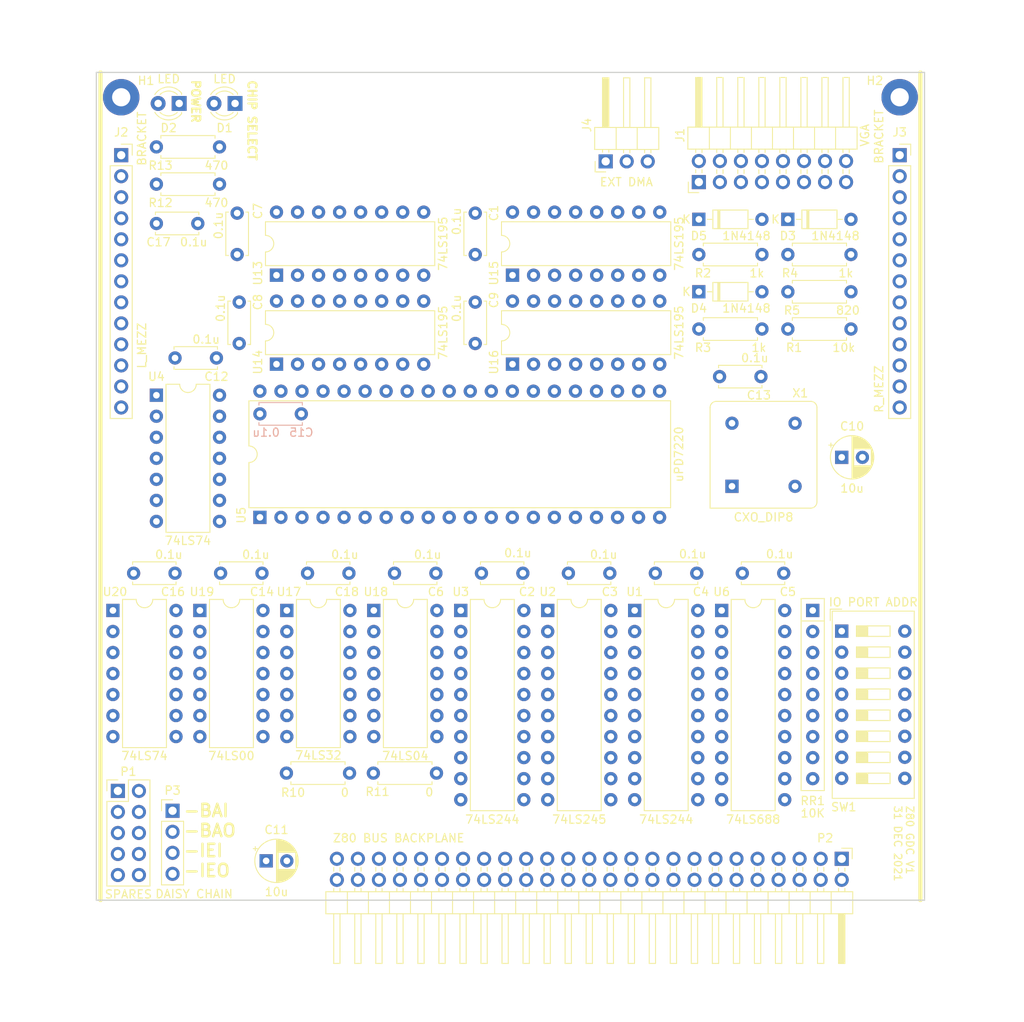
<source format=kicad_pcb>
(kicad_pcb (version 20171130) (host pcbnew "(5.1.10)-1")
  (layers (0 F.Cu signal) (31 B.Cu signal) (34 B.Paste user) (35 F.Paste user) (36 B.SilkS user) (37 F.SilkS user) (38 B.Mask user) (39 F.Mask user) (44 Edge.Cuts user))
  (net 0 "")
  (net 1 GND)
  (net 2 /A7)
  (net 3 /A6)
  (net 4 /A5)
  (net 5 /D4)
  (net 6 /A4)
  (net 7 /D3)
  (net 8 /A3)
  (net 9 /D5)
  (net 10 /A2)
  (net 11 /D6)
  (net 12 /A1)
  (net 13 /A0)
  (net 14 /D2)
  (net 15 /D7)
  (net 16 /D0)
  (net 17 /D1)
  (net 18 /SPARE9)
  (net 19 /SPARE0)
  (net 20 /SPARE8)
  (net 21 /SPARE1)
  (net 22 /SPARE7)
  (net 23 /SPARE2)
  (net 24 /SPARE6)
  (net 25 /SPARE3)
  (net 26 /SPARE5)
  (net 27 /SPARE4)
  (net 28 /M1#)
  (net 29 /RESET#)
  (net 30 /WR#)
  (net 31 /RD#)
  (net 32 /IORQ#)
  (net 33 /bM1#)
  (net 34 /bA7)
  (net 35 /bA6)
  (net 36 /bA5)
  (net 37 /bA4)
  (net 38 /bA3)
  (net 39 /bA2)
  (net 40 /bA1)
  (net 41 /bA0)
  (net 42 "Net-(RR1-Pad2)")
  (net 43 "Net-(RR1-Pad3)")
  (net 44 "Net-(RR1-Pad4)")
  (net 45 "Net-(RR1-Pad5)")
  (net 46 "Net-(RR1-Pad6)")
  (net 47 "Net-(RR1-Pad7)")
  (net 48 "Net-(RR1-Pad8)")
  (net 49 "Net-(RR1-Pad9)")
  (net 50 /bD5)
  (net 51 /bD4)
  (net 52 /bD3)
  (net 53 /bD2)
  (net 54 /bD1)
  (net 55 /bD0)
  (net 56 /bWR#)
  (net 57 /bD7)
  (net 58 /bD6)
  (net 59 /bRD#)
  (net 60 "Net-(D1-Pad2)")
  (net 61 /688SEL#)
  (net 62 "Net-(D1-Pad1)")
  (net 63 "Net-(D2-Pad2)")
  (net 64 /ZERO)
  (net 65 "Net-(R2-Pad2)")
  (net 66 "Net-(R3-Pad2)")
  (net 67 "Net-(R4-Pad2)")
  (net 68 "Net-(R5-Pad2)")
  (net 69 /CS_GDC#)
  (net 70 "Net-(U4-Pad2)")
  (net 71 "Net-(U4-Pad12)")
  (net 72 /AD15)
  (net 73 /AD14)
  (net 74 /AD13)
  (net 75 /AD12)
  (net 76 /AD11)
  (net 77 /AD10)
  (net 78 /AD9)
  (net 79 /AD8)
  (net 80 "Net-(U17-Pad6)")
  (net 81 /AD7)
  (net 82 "Net-(U17-Pad8)")
  (net 83 /AD6)
  (net 84 /AD5)
  (net 85 /AD4)
  (net 86 /AD3)
  (net 87 /BLANK)
  (net 88 /AD2)
  (net 89 /VS)
  (net 90 /AD1)
  (net 91 /HS)
  (net 92 /AD0)
  (net 93 "Net-(U17-Pad13)")
  (net 94 "Net-(U20-Pad12)")
  (net 95 /INTENSITY)
  (net 96 /RED)
  (net 97 /BLUE)
  (net 98 /GREEN)
  (net 99 /VS#)
  (net 100 /HS#)
  (net 101 /ALE#)
  (net 102 /CKx2)
  (net 103 /PIXELCLK)
  (net 104 /CKx4)
  (net 105 /ALE)
  (net 106 /DBIN#)
  (net 107 /VRAM_WR#)
  (net 108 /VRAM_RD#)
  (net 109 /PAR_LOAD#)
  (net 110 /BLANK#)
  (net 111 /A17)
  (net 112 /A16)
  (net 113 /ONE)
  (net 114 VCC)
  (net 115 "Net-(U19-Pad6)")
  (net 116 "Net-(J4-Pad3)")
  (net 117 "Net-(J4-Pad1)")
  (net 118 /DACK)
  (net 119 /DRQ)
  (module Connector_PinHeader_2.54mm:PinHeader_1x03_P2.54mm_Horizontal (layer F.Cu) (at 106.5 56.75 90)
    (fp_text reference J4 (at 4.385 -2.27 90) (layer F.SilkS))
    (fp_text value "EXT DMA" (at -2.5 2.5 180) (layer F.SilkS))
    (pad 3 thru_hole oval (at 0 5.08 90) (size 1.7 1.7) (drill 1) (layers *.Cu *.Mask) (net 116 "Net-(J4-Pad3)"))
    (pad 2 thru_hole oval (at 0 2.54 90) (size 1.7 1.7) (drill 1) (layers *.Cu *.Mask) (net 1 GND))
    (pad 1 thru_hole rect (at 0 0 90) (size 1.7 1.7) (drill 1) (layers *.Cu *.Mask) (net 117 "Net-(J4-Pad1)"))
  )
  (module Connector_PinSocket_2.54mm:PinSocket_1x13_P2.54mm_Vertical (layer F.Cu) (at 142 56)
    (fp_text reference J3 (at 0 -2.77) (layer F.SilkS))
    (fp_text value R_MEZZ (at -2.5 28.25 90) (layer F.SilkS))
    (pad 13 thru_hole oval (at 0 30.48) (size 1.7 1.7) (drill 1) (layers *.Cu *.Mask) (net 1 GND))
    (pad 12 thru_hole oval (at 0 27.94) (size 1.7 1.7) (drill 1) (layers *.Cu *.Mask))
    (pad 11 thru_hole oval (at 0 25.4) (size 1.7 1.7) (drill 1) (layers *.Cu *.Mask) (net 107 /VRAM_WR#))
    (pad 10 thru_hole oval (at 0 22.86) (size 1.7 1.7) (drill 1) (layers *.Cu *.Mask) (net 108 /VRAM_RD#))
    (pad 9 thru_hole oval (at 0 20.32) (size 1.7 1.7) (drill 1) (layers *.Cu *.Mask) (net 101 /ALE#))
    (pad 8 thru_hole oval (at 0 17.78) (size 1.7 1.7) (drill 1) (layers *.Cu *.Mask) (net 111 /A17))
    (pad 7 thru_hole oval (at 0 15.24) (size 1.7 1.7) (drill 1) (layers *.Cu *.Mask) (net 112 /A16))
    (pad 6 thru_hole oval (at 0 12.7) (size 1.7 1.7) (drill 1) (layers *.Cu *.Mask) (net 72 /AD15))
    (pad 5 thru_hole oval (at 0 10.16) (size 1.7 1.7) (drill 1) (layers *.Cu *.Mask) (net 73 /AD14))
    (pad 4 thru_hole oval (at 0 7.62) (size 1.7 1.7) (drill 1) (layers *.Cu *.Mask) (net 74 /AD13))
    (pad 3 thru_hole oval (at 0 5.08) (size 1.7 1.7) (drill 1) (layers *.Cu *.Mask) (net 75 /AD12))
    (pad 2 thru_hole oval (at 0 2.54) (size 1.7 1.7) (drill 1) (layers *.Cu *.Mask) (net 76 /AD11))
    (pad 1 thru_hole rect (at 0 0) (size 1.7 1.7) (drill 1) (layers *.Cu *.Mask) (net 114 VCC))
  )
  (module Connector_PinSocket_2.54mm:PinSocket_1x13_P2.54mm_Vertical (layer F.Cu) (at 48 56)
    (fp_text reference J2 (at 0 -2.77) (layer F.SilkS))
    (fp_text value L_MEZZ (at 2.5 23 90) (layer F.SilkS))
    (pad 13 thru_hole oval (at 0 30.48) (size 1.7 1.7) (drill 1) (layers *.Cu *.Mask) (net 114 VCC))
    (pad 12 thru_hole oval (at 0 27.94) (size 1.7 1.7) (drill 1) (layers *.Cu *.Mask) (net 77 /AD10))
    (pad 11 thru_hole oval (at 0 25.4) (size 1.7 1.7) (drill 1) (layers *.Cu *.Mask) (net 78 /AD9))
    (pad 10 thru_hole oval (at 0 22.86) (size 1.7 1.7) (drill 1) (layers *.Cu *.Mask) (net 79 /AD8))
    (pad 9 thru_hole oval (at 0 20.32) (size 1.7 1.7) (drill 1) (layers *.Cu *.Mask) (net 81 /AD7))
    (pad 8 thru_hole oval (at 0 17.78) (size 1.7 1.7) (drill 1) (layers *.Cu *.Mask) (net 83 /AD6))
    (pad 7 thru_hole oval (at 0 15.24) (size 1.7 1.7) (drill 1) (layers *.Cu *.Mask) (net 84 /AD5))
    (pad 6 thru_hole oval (at 0 12.7) (size 1.7 1.7) (drill 1) (layers *.Cu *.Mask) (net 85 /AD4))
    (pad 5 thru_hole oval (at 0 10.16) (size 1.7 1.7) (drill 1) (layers *.Cu *.Mask) (net 86 /AD3))
    (pad 4 thru_hole oval (at 0 7.62) (size 1.7 1.7) (drill 1) (layers *.Cu *.Mask) (net 88 /AD2))
    (pad 3 thru_hole oval (at 0 5.08) (size 1.7 1.7) (drill 1) (layers *.Cu *.Mask) (net 90 /AD1))
    (pad 2 thru_hole oval (at 0 2.54) (size 1.7 1.7) (drill 1) (layers *.Cu *.Mask) (net 92 /AD0))
    (pad 1 thru_hole rect (at 0 0) (size 1.7 1.7) (drill 1) (layers *.Cu *.Mask) (net 1 GND))
  )
  (module Diode_THT:D_DO-35_SOD27_P7.62mm_Horizontal (layer F.Cu) (at 117.75 63.75)
    (fp_text reference D5 (at 0 2) (layer F.SilkS))
    (fp_text value 1N4148 (at 5.75 2) (layer F.SilkS))
    (fp_text user K (at -1.5 0) (layer F.SilkS))
    (pad 2 thru_hole oval (at 7.62 0) (size 1.6 1.6) (drill 0.8) (layers *.Cu *.Mask) (net 95 /INTENSITY))
    (pad 1 thru_hole rect (at 0 0) (size 1.6 1.6) (drill 0.8) (layers *.Cu *.Mask) (net 96 /RED))
  )
  (module Diode_THT:D_DO-35_SOD27_P7.62mm_Horizontal (layer F.Cu) (at 117.75 72.5)
    (fp_text reference D4 (at 0 2) (layer F.SilkS))
    (fp_text value 1N4148 (at 5.75 2) (layer F.SilkS))
    (fp_text user K (at -1.5 0) (layer F.SilkS))
    (pad 2 thru_hole oval (at 7.62 0) (size 1.6 1.6) (drill 0.8) (layers *.Cu *.Mask) (net 95 /INTENSITY))
    (pad 1 thru_hole rect (at 0 0) (size 1.6 1.6) (drill 0.8) (layers *.Cu *.Mask) (net 98 /GREEN))
  )
  (module Diode_THT:D_DO-35_SOD27_P7.62mm_Horizontal (layer F.Cu) (at 128.5 63.75)
    (fp_text reference D3 (at 0 2) (layer F.SilkS))
    (fp_text value 1N4148 (at 5.75 2) (layer F.SilkS))
    (fp_text user K (at -1.5 0) (layer F.SilkS))
    (pad 2 thru_hole oval (at 7.62 0) (size 1.6 1.6) (drill 0.8) (layers *.Cu *.Mask) (net 95 /INTENSITY))
    (pad 1 thru_hole rect (at 0 0) (size 1.6 1.6) (drill 0.8) (layers *.Cu *.Mask) (net 97 /BLUE))
  )
  (module Connector_PinHeader_2.54mm:PinHeader_2x05_P2.54mm_Vertical (layer F.Cu) (at 47.6 132.8)
    (fp_text reference P1 (at 1.27 -2.33) (layer F.SilkS))
    (fp_text value SPARES (at 1.27 12.49) (layer F.SilkS))
    (pad 10 thru_hole oval (at 2.54 10.16) (size 1.7 1.7) (drill 1) (layers *.Cu *.Mask) (net 18 /SPARE9))
    (pad 9 thru_hole oval (at 0 10.16) (size 1.7 1.7) (drill 1) (layers *.Cu *.Mask) (net 20 /SPARE8))
    (pad 8 thru_hole oval (at 2.54 7.62) (size 1.7 1.7) (drill 1) (layers *.Cu *.Mask) (net 22 /SPARE7))
    (pad 7 thru_hole oval (at 0 7.62) (size 1.7 1.7) (drill 1) (layers *.Cu *.Mask) (net 24 /SPARE6))
    (pad 6 thru_hole oval (at 2.54 5.08) (size 1.7 1.7) (drill 1) (layers *.Cu *.Mask) (net 26 /SPARE5))
    (pad 5 thru_hole oval (at 0 5.08) (size 1.7 1.7) (drill 1) (layers *.Cu *.Mask) (net 27 /SPARE4))
    (pad 4 thru_hole oval (at 2.54 2.54) (size 1.7 1.7) (drill 1) (layers *.Cu *.Mask) (net 25 /SPARE3))
    (pad 3 thru_hole oval (at 0 2.54) (size 1.7 1.7) (drill 1) (layers *.Cu *.Mask) (net 23 /SPARE2))
    (pad 2 thru_hole oval (at 2.54 0) (size 1.7 1.7) (drill 1) (layers *.Cu *.Mask) (net 21 /SPARE1))
    (pad 1 thru_hole rect (at 0 0) (size 1.7 1.7) (drill 1) (layers *.Cu *.Mask) (net 19 /SPARE0))
  )
  (module Connector_PinHeader_2.54mm:PinHeader_2x08_P2.54mm_Horizontal (layer F.Cu) (at 117.75 59.25 90)
    (fp_text reference J1 (at 5.655 -2.27 90) (layer F.SilkS))
    (fp_text value VGA (at 5.655 20.05 90) (layer F.SilkS))
    (pad 16 thru_hole oval (at 2.54 17.78 90) (size 1.7 1.7) (drill 1) (layers *.Cu *.Mask))
    (pad 15 thru_hole oval (at 0 17.78 90) (size 1.7 1.7) (drill 1) (layers *.Cu *.Mask))
    (pad 14 thru_hole oval (at 2.54 15.24 90) (size 1.7 1.7) (drill 1) (layers *.Cu *.Mask) (net 99 /VS#))
    (pad 13 thru_hole oval (at 0 15.24 90) (size 1.7 1.7) (drill 1) (layers *.Cu *.Mask) (net 100 /HS#))
    (pad 12 thru_hole oval (at 2.54 12.7 90) (size 1.7 1.7) (drill 1) (layers *.Cu *.Mask))
    (pad 11 thru_hole oval (at 0 12.7 90) (size 1.7 1.7) (drill 1) (layers *.Cu *.Mask))
    (pad 10 thru_hole oval (at 2.54 10.16 90) (size 1.7 1.7) (drill 1) (layers *.Cu *.Mask) (net 1 GND))
    (pad 9 thru_hole oval (at 0 10.16 90) (size 1.7 1.7) (drill 1) (layers *.Cu *.Mask))
    (pad 8 thru_hole oval (at 2.54 7.62 90) (size 1.7 1.7) (drill 1) (layers *.Cu *.Mask) (net 1 GND))
    (pad 7 thru_hole oval (at 0 7.62 90) (size 1.7 1.7) (drill 1) (layers *.Cu *.Mask) (net 1 GND))
    (pad 6 thru_hole oval (at 2.54 5.08 90) (size 1.7 1.7) (drill 1) (layers *.Cu *.Mask) (net 1 GND))
    (pad 5 thru_hole oval (at 0 5.08 90) (size 1.7 1.7) (drill 1) (layers *.Cu *.Mask) (net 1 GND))
    (pad 4 thru_hole oval (at 2.54 2.54 90) (size 1.7 1.7) (drill 1) (layers *.Cu *.Mask))
    (pad 3 thru_hole oval (at 0 2.54 90) (size 1.7 1.7) (drill 1) (layers *.Cu *.Mask) (net 97 /BLUE))
    (pad 2 thru_hole oval (at 2.54 0 90) (size 1.7 1.7) (drill 1) (layers *.Cu *.Mask) (net 98 /GREEN))
    (pad 1 thru_hole rect (at 0 0 90) (size 1.7 1.7) (drill 1) (layers *.Cu *.Mask) (net 96 /RED))
  )
  (module Capacitor_THT:C_Disc_D5.0mm_W2.5mm_P5.00mm (layer F.Cu) (at 75.5 106.5 180)
    (fp_text reference C18 (at 0.25 -2.25) (layer F.SilkS))
    (fp_text value 0.1u (at 0.5 2.25) (layer F.SilkS))
    (pad 2 thru_hole circle (at 5 0 180) (size 1.6 1.6) (drill 0.8) (layers *.Cu *.Mask) (net 1 GND))
    (pad 1 thru_hole circle (at 0 0 180) (size 1.6 1.6) (drill 0.8) (layers *.Cu *.Mask) (net 114 VCC))
  )
  (module Capacitor_THT:C_Disc_D5.0mm_W2.5mm_P5.00mm (layer F.Cu) (at 52.25 64.25)
    (fp_text reference C17 (at 0.25 2.25) (layer F.SilkS))
    (fp_text value 0.1u (at 4.5 2.25) (layer F.SilkS))
    (pad 2 thru_hole circle (at 5 0) (size 1.6 1.6) (drill 0.8) (layers *.Cu *.Mask) (net 1 GND))
    (pad 1 thru_hole circle (at 0 0) (size 1.6 1.6) (drill 0.8) (layers *.Cu *.Mask) (net 114 VCC))
  )
  (module Capacitor_THT:C_Disc_D5.0mm_W2.5mm_P5.00mm (layer F.Cu) (at 54.5 106.5 180)
    (fp_text reference C16 (at 0.25 -2.25) (layer F.SilkS))
    (fp_text value 0.1u (at 0.75 2.25) (layer F.SilkS))
    (pad 2 thru_hole circle (at 5 0 180) (size 1.6 1.6) (drill 0.8) (layers *.Cu *.Mask) (net 1 GND))
    (pad 1 thru_hole circle (at 0 0 180) (size 1.6 1.6) (drill 0.8) (layers *.Cu *.Mask) (net 114 VCC))
  )
  (module Capacitor_THT:C_Disc_D5.0mm_W2.5mm_P5.00mm (layer B.Cu) (at 64.75 87.25)
    (fp_text reference C15 (at 5 2.25) (layer B.SilkS) (effects (justify mirror)))
    (fp_text value 0.1u (at 0.75 2.25) (layer B.SilkS) (effects (justify mirror)))
    (pad 2 thru_hole circle (at 5 0) (size 1.6 1.6) (drill 0.8) (layers *.Cu *.Mask) (net 1 GND))
    (pad 1 thru_hole circle (at 0 0) (size 1.6 1.6) (drill 0.8) (layers *.Cu *.Mask) (net 114 VCC))
  )
  (module Capacitor_THT:C_Disc_D5.0mm_W2.5mm_P5.00mm (layer F.Cu) (at 65 106.5 180)
    (fp_text reference C14 (at 0 -2.25) (layer F.SilkS))
    (fp_text value 0.1u (at 0.75 2.25) (layer F.SilkS))
    (pad 2 thru_hole circle (at 5 0 180) (size 1.6 1.6) (drill 0.8) (layers *.Cu *.Mask) (net 1 GND))
    (pad 1 thru_hole circle (at 0 0 180) (size 1.6 1.6) (drill 0.8) (layers *.Cu *.Mask) (net 114 VCC))
  )
  (module Capacitor_THT:C_Disc_D5.0mm_W2.5mm_P5.00mm (layer F.Cu) (at 120.25 82.75)
    (fp_text reference C13 (at 4.75 2.25) (layer F.SilkS))
    (fp_text value 0.1u (at 4.25 -2.25) (layer F.SilkS))
    (pad 2 thru_hole circle (at 5 0) (size 1.6 1.6) (drill 0.8) (layers *.Cu *.Mask) (net 1 GND))
    (pad 1 thru_hole circle (at 0 0) (size 1.6 1.6) (drill 0.8) (layers *.Cu *.Mask) (net 114 VCC))
  )
  (module Capacitor_THT:C_Disc_D5.0mm_W2.5mm_P5.00mm (layer F.Cu) (at 59.5 80.5 180)
    (fp_text reference C12 (at 0 -2.25) (layer F.SilkS))
    (fp_text value 0.1u (at 1.25 2.25) (layer F.SilkS))
    (pad 2 thru_hole circle (at 5 0 180) (size 1.6 1.6) (drill 0.8) (layers *.Cu *.Mask) (net 1 GND))
    (pad 1 thru_hole circle (at 0 0 180) (size 1.6 1.6) (drill 0.8) (layers *.Cu *.Mask) (net 114 VCC))
  )
  (module Oscillator:Oscillator_DIP-8 (layer F.Cu) (at 121.75 96)
    (fp_text reference X1 (at 8.25 -11.25) (layer F.SilkS))
    (fp_text value CXO_DIP8 (at 3.81 3.74) (layer F.SilkS))
    (pad 4 thru_hole circle (at 7.62 0) (size 1.6 1.6) (drill 0.8) (layers *.Cu *.Mask) (net 1 GND))
    (pad 5 thru_hole circle (at 7.62 -7.62) (size 1.6 1.6) (drill 0.8) (layers *.Cu *.Mask) (net 103 /PIXELCLK))
    (pad 8 thru_hole circle (at 0 -7.62) (size 1.6 1.6) (drill 0.8) (layers *.Cu *.Mask) (net 114 VCC))
    (pad 1 thru_hole rect (at 0 0) (size 1.6 1.6) (drill 0.8) (layers *.Cu *.Mask) (net 1 GND))
  )
  (module Package_DIP:DIP-14_W7.62mm (layer F.Cu) (at 47 111)
    (fp_text reference U20 (at 0.25 -2.25) (layer F.SilkS))
    (fp_text value 74LS74 (at 3.81 17.57) (layer F.SilkS))
    (pad 14 thru_hole oval (at 7.62 0) (size 1.6 1.6) (drill 0.8) (layers *.Cu *.Mask) (net 114 VCC))
    (pad 7 thru_hole oval (at 0 15.24) (size 1.6 1.6) (drill 0.8) (layers *.Cu *.Mask) (net 1 GND))
    (pad 13 thru_hole oval (at 7.62 2.54) (size 1.6 1.6) (drill 0.8) (layers *.Cu *.Mask) (net 113 /ONE))
    (pad 6 thru_hole oval (at 0 12.7) (size 1.6 1.6) (drill 0.8) (layers *.Cu *.Mask))
    (pad 12 thru_hole oval (at 7.62 5.08) (size 1.6 1.6) (drill 0.8) (layers *.Cu *.Mask) (net 94 "Net-(U20-Pad12)"))
    (pad 5 thru_hole oval (at 0 10.16) (size 1.6 1.6) (drill 0.8) (layers *.Cu *.Mask) (net 94 "Net-(U20-Pad12)"))
    (pad 11 thru_hole oval (at 7.62 7.62) (size 1.6 1.6) (drill 0.8) (layers *.Cu *.Mask) (net 102 /CKx2))
    (pad 4 thru_hole oval (at 0 7.62) (size 1.6 1.6) (drill 0.8) (layers *.Cu *.Mask) (net 113 /ONE))
    (pad 10 thru_hole oval (at 7.62 10.16) (size 1.6 1.6) (drill 0.8) (layers *.Cu *.Mask) (net 113 /ONE))
    (pad 3 thru_hole oval (at 0 5.08) (size 1.6 1.6) (drill 0.8) (layers *.Cu *.Mask) (net 102 /CKx2))
    (pad 9 thru_hole oval (at 7.62 12.7) (size 1.6 1.6) (drill 0.8) (layers *.Cu *.Mask))
    (pad 2 thru_hole oval (at 0 2.54) (size 1.6 1.6) (drill 0.8) (layers *.Cu *.Mask) (net 106 /DBIN#))
    (pad 8 thru_hole oval (at 7.62 15.24) (size 1.6 1.6) (drill 0.8) (layers *.Cu *.Mask) (net 93 "Net-(U17-Pad13)"))
    (pad 1 thru_hole rect (at 0 0) (size 1.6 1.6) (drill 0.8) (layers *.Cu *.Mask) (net 113 /ONE))
  )
  (module Package_DIP:DIP-14_W7.62mm (layer F.Cu) (at 57.5 111)
    (fp_text reference U19 (at 0.25 -2.25) (layer F.SilkS))
    (fp_text value 74LS00 (at 3.81 17.57) (layer F.SilkS))
    (pad 14 thru_hole oval (at 7.62 0) (size 1.6 1.6) (drill 0.8) (layers *.Cu *.Mask) (net 114 VCC))
    (pad 7 thru_hole oval (at 0 15.24) (size 1.6 1.6) (drill 0.8) (layers *.Cu *.Mask) (net 1 GND))
    (pad 13 thru_hole oval (at 7.62 2.54) (size 1.6 1.6) (drill 0.8) (layers *.Cu *.Mask) (net 102 /CKx2))
    (pad 6 thru_hole oval (at 0 12.7) (size 1.6 1.6) (drill 0.8) (layers *.Cu *.Mask) (net 115 "Net-(U19-Pad6)"))
    (pad 12 thru_hole oval (at 7.62 5.08) (size 1.6 1.6) (drill 0.8) (layers *.Cu *.Mask) (net 93 "Net-(U17-Pad13)"))
    (pad 5 thru_hole oval (at 0 10.16) (size 1.6 1.6) (drill 0.8) (layers *.Cu *.Mask) (net 106 /DBIN#))
    (pad 11 thru_hole oval (at 7.62 7.62) (size 1.6 1.6) (drill 0.8) (layers *.Cu *.Mask) (net 107 /VRAM_WR#))
    (pad 4 thru_hole oval (at 0 7.62) (size 1.6 1.6) (drill 0.8) (layers *.Cu *.Mask) (net 102 /CKx2))
    (pad 10 thru_hole oval (at 7.62 10.16) (size 1.6 1.6) (drill 0.8) (layers *.Cu *.Mask) (net 104 /CKx4))
    (pad 3 thru_hole oval (at 0 5.08) (size 1.6 1.6) (drill 0.8) (layers *.Cu *.Mask))
    (pad 9 thru_hole oval (at 7.62 12.7) (size 1.6 1.6) (drill 0.8) (layers *.Cu *.Mask) (net 115 "Net-(U19-Pad6)"))
    (pad 2 thru_hole oval (at 0 2.54) (size 1.6 1.6) (drill 0.8) (layers *.Cu *.Mask))
    (pad 8 thru_hole oval (at 7.62 15.24) (size 1.6 1.6) (drill 0.8) (layers *.Cu *.Mask) (net 109 /PAR_LOAD#))
    (pad 1 thru_hole rect (at 0 0) (size 1.6 1.6) (drill 0.8) (layers *.Cu *.Mask))
  )
  (module Package_DIP:DIP-14_W7.62mm (layer F.Cu) (at 78.5 111)
    (fp_text reference U18 (at 0.25 -2.25) (layer F.SilkS))
    (fp_text value 74LS04 (at 3.81 17.57) (layer F.SilkS))
    (pad 14 thru_hole oval (at 7.62 0) (size 1.6 1.6) (drill 0.8) (layers *.Cu *.Mask) (net 114 VCC))
    (pad 7 thru_hole oval (at 0 15.24) (size 1.6 1.6) (drill 0.8) (layers *.Cu *.Mask) (net 1 GND))
    (pad 13 thru_hole oval (at 7.62 2.54) (size 1.6 1.6) (drill 0.8) (layers *.Cu *.Mask) (net 89 /VS))
    (pad 6 thru_hole oval (at 0 12.7) (size 1.6 1.6) (drill 0.8) (layers *.Cu *.Mask) (net 101 /ALE#))
    (pad 12 thru_hole oval (at 7.62 5.08) (size 1.6 1.6) (drill 0.8) (layers *.Cu *.Mask) (net 99 /VS#))
    (pad 5 thru_hole oval (at 0 10.16) (size 1.6 1.6) (drill 0.8) (layers *.Cu *.Mask) (net 105 /ALE))
    (pad 11 thru_hole oval (at 7.62 7.62) (size 1.6 1.6) (drill 0.8) (layers *.Cu *.Mask) (net 91 /HS))
    (pad 4 thru_hole oval (at 0 7.62) (size 1.6 1.6) (drill 0.8) (layers *.Cu *.Mask) (net 118 /DACK))
    (pad 10 thru_hole oval (at 7.62 10.16) (size 1.6 1.6) (drill 0.8) (layers *.Cu *.Mask) (net 100 /HS#))
    (pad 3 thru_hole oval (at 0 5.08) (size 1.6 1.6) (drill 0.8) (layers *.Cu *.Mask) (net 117 "Net-(J4-Pad1)"))
    (pad 9 thru_hole oval (at 7.62 12.7) (size 1.6 1.6) (drill 0.8) (layers *.Cu *.Mask) (net 87 /BLANK))
    (pad 2 thru_hole oval (at 0 2.54) (size 1.6 1.6) (drill 0.8) (layers *.Cu *.Mask))
    (pad 8 thru_hole oval (at 7.62 15.24) (size 1.6 1.6) (drill 0.8) (layers *.Cu *.Mask) (net 110 /BLANK#))
    (pad 1 thru_hole rect (at 0 0) (size 1.6 1.6) (drill 0.8) (layers *.Cu *.Mask))
  )
  (module Package_DIP:DIP-14_W7.62mm (layer F.Cu) (at 68 111)
    (fp_text reference U17 (at 0.25 -2.25) (layer F.SilkS))
    (fp_text value 74LS32 (at 3.81 17.5) (layer F.SilkS))
    (pad 14 thru_hole oval (at 7.62 0) (size 1.6 1.6) (drill 0.8) (layers *.Cu *.Mask) (net 114 VCC))
    (pad 7 thru_hole oval (at 0 15.24) (size 1.6 1.6) (drill 0.8) (layers *.Cu *.Mask) (net 1 GND))
    (pad 13 thru_hole oval (at 7.62 2.54) (size 1.6 1.6) (drill 0.8) (layers *.Cu *.Mask) (net 93 "Net-(U17-Pad13)"))
    (pad 6 thru_hole oval (at 0 12.7) (size 1.6 1.6) (drill 0.8) (layers *.Cu *.Mask) (net 80 "Net-(U17-Pad6)"))
    (pad 12 thru_hole oval (at 7.62 5.08) (size 1.6 1.6) (drill 0.8) (layers *.Cu *.Mask) (net 105 /ALE))
    (pad 5 thru_hole oval (at 0 10.16) (size 1.6 1.6) (drill 0.8) (layers *.Cu *.Mask) (net 69 /CS_GDC#))
    (pad 11 thru_hole oval (at 7.62 7.62) (size 1.6 1.6) (drill 0.8) (layers *.Cu *.Mask) (net 108 /VRAM_RD#))
    (pad 4 thru_hole oval (at 0 7.62) (size 1.6 1.6) (drill 0.8) (layers *.Cu *.Mask) (net 59 /bRD#))
    (pad 10 thru_hole oval (at 7.62 10.16) (size 1.6 1.6) (drill 0.8) (layers *.Cu *.Mask) (net 56 /bWR#))
    (pad 3 thru_hole oval (at 0 5.08) (size 1.6 1.6) (drill 0.8) (layers *.Cu *.Mask) (net 116 "Net-(J4-Pad3)"))
    (pad 9 thru_hole oval (at 7.62 12.7) (size 1.6 1.6) (drill 0.8) (layers *.Cu *.Mask) (net 69 /CS_GDC#))
    (pad 2 thru_hole oval (at 0 2.54) (size 1.6 1.6) (drill 0.8) (layers *.Cu *.Mask) (net 119 /DRQ))
    (pad 8 thru_hole oval (at 7.62 15.24) (size 1.6 1.6) (drill 0.8) (layers *.Cu *.Mask) (net 82 "Net-(U17-Pad8)"))
    (pad 1 thru_hole rect (at 0 0) (size 1.6 1.6) (drill 0.8) (layers *.Cu *.Mask) (net 119 /DRQ))
  )
  (module Package_DIP:DIP-16_W7.62mm (layer F.Cu) (at 95.25 81.25 90)
    (fp_text reference U16 (at 0.25 -2.25 90) (layer F.SilkS))
    (fp_text value 74LS195 (at 3.81 20.11 90) (layer F.SilkS))
    (pad 16 thru_hole oval (at 7.62 0 90) (size 1.6 1.6) (drill 0.8) (layers *.Cu *.Mask) (net 114 VCC))
    (pad 8 thru_hole oval (at 0 17.78 90) (size 1.6 1.6) (drill 0.8) (layers *.Cu *.Mask) (net 1 GND))
    (pad 15 thru_hole oval (at 7.62 2.54 90) (size 1.6 1.6) (drill 0.8) (layers *.Cu *.Mask))
    (pad 7 thru_hole oval (at 0 15.24 90) (size 1.6 1.6) (drill 0.8) (layers *.Cu *.Mask) (net 72 /AD15))
    (pad 14 thru_hole oval (at 7.62 5.08 90) (size 1.6 1.6) (drill 0.8) (layers *.Cu *.Mask))
    (pad 6 thru_hole oval (at 0 12.7 90) (size 1.6 1.6) (drill 0.8) (layers *.Cu *.Mask) (net 73 /AD14))
    (pad 13 thru_hole oval (at 7.62 7.62 90) (size 1.6 1.6) (drill 0.8) (layers *.Cu *.Mask))
    (pad 5 thru_hole oval (at 0 10.16 90) (size 1.6 1.6) (drill 0.8) (layers *.Cu *.Mask) (net 74 /AD13))
    (pad 12 thru_hole oval (at 7.62 10.16 90) (size 1.6 1.6) (drill 0.8) (layers *.Cu *.Mask) (net 68 "Net-(R5-Pad2)"))
    (pad 4 thru_hole oval (at 0 7.62 90) (size 1.6 1.6) (drill 0.8) (layers *.Cu *.Mask) (net 75 /AD12))
    (pad 11 thru_hole oval (at 7.62 12.7 90) (size 1.6 1.6) (drill 0.8) (layers *.Cu *.Mask))
    (pad 3 thru_hole oval (at 0 5.08 90) (size 1.6 1.6) (drill 0.8) (layers *.Cu *.Mask) (net 64 /ZERO))
    (pad 10 thru_hole oval (at 7.62 15.24 90) (size 1.6 1.6) (drill 0.8) (layers *.Cu *.Mask) (net 103 /PIXELCLK))
    (pad 2 thru_hole oval (at 0 2.54 90) (size 1.6 1.6) (drill 0.8) (layers *.Cu *.Mask) (net 64 /ZERO))
    (pad 9 thru_hole oval (at 7.62 17.78 90) (size 1.6 1.6) (drill 0.8) (layers *.Cu *.Mask) (net 109 /PAR_LOAD#))
    (pad 1 thru_hole rect (at 0 0 90) (size 1.6 1.6) (drill 0.8) (layers *.Cu *.Mask) (net 110 /BLANK#))
  )
  (module Package_DIP:DIP-16_W7.62mm (layer F.Cu) (at 95.25 70.5 90)
    (fp_text reference U15 (at 0.25 -2.25 90) (layer F.SilkS))
    (fp_text value 74LS195 (at 3.81 20.11 90) (layer F.SilkS))
    (pad 16 thru_hole oval (at 7.62 0 90) (size 1.6 1.6) (drill 0.8) (layers *.Cu *.Mask) (net 114 VCC))
    (pad 8 thru_hole oval (at 0 17.78 90) (size 1.6 1.6) (drill 0.8) (layers *.Cu *.Mask) (net 1 GND))
    (pad 15 thru_hole oval (at 7.62 2.54 90) (size 1.6 1.6) (drill 0.8) (layers *.Cu *.Mask))
    (pad 7 thru_hole oval (at 0 15.24 90) (size 1.6 1.6) (drill 0.8) (layers *.Cu *.Mask) (net 76 /AD11))
    (pad 14 thru_hole oval (at 7.62 5.08 90) (size 1.6 1.6) (drill 0.8) (layers *.Cu *.Mask))
    (pad 6 thru_hole oval (at 0 12.7 90) (size 1.6 1.6) (drill 0.8) (layers *.Cu *.Mask) (net 77 /AD10))
    (pad 13 thru_hole oval (at 7.62 7.62 90) (size 1.6 1.6) (drill 0.8) (layers *.Cu *.Mask))
    (pad 5 thru_hole oval (at 0 10.16 90) (size 1.6 1.6) (drill 0.8) (layers *.Cu *.Mask) (net 78 /AD9))
    (pad 12 thru_hole oval (at 7.62 10.16 90) (size 1.6 1.6) (drill 0.8) (layers *.Cu *.Mask) (net 67 "Net-(R4-Pad2)"))
    (pad 4 thru_hole oval (at 0 7.62 90) (size 1.6 1.6) (drill 0.8) (layers *.Cu *.Mask) (net 79 /AD8))
    (pad 11 thru_hole oval (at 7.62 12.7 90) (size 1.6 1.6) (drill 0.8) (layers *.Cu *.Mask))
    (pad 3 thru_hole oval (at 0 5.08 90) (size 1.6 1.6) (drill 0.8) (layers *.Cu *.Mask) (net 64 /ZERO))
    (pad 10 thru_hole oval (at 7.62 15.24 90) (size 1.6 1.6) (drill 0.8) (layers *.Cu *.Mask) (net 103 /PIXELCLK))
    (pad 2 thru_hole oval (at 0 2.54 90) (size 1.6 1.6) (drill 0.8) (layers *.Cu *.Mask) (net 64 /ZERO))
    (pad 9 thru_hole oval (at 7.62 17.78 90) (size 1.6 1.6) (drill 0.8) (layers *.Cu *.Mask) (net 109 /PAR_LOAD#))
    (pad 1 thru_hole rect (at 0 0 90) (size 1.6 1.6) (drill 0.8) (layers *.Cu *.Mask) (net 110 /BLANK#))
  )
  (module Package_DIP:DIP-16_W7.62mm (layer F.Cu) (at 66.75 81.25 90)
    (fp_text reference U14 (at 0.25 -2.25 90) (layer F.SilkS))
    (fp_text value 74LS195 (at 3.81 20.11 90) (layer F.SilkS))
    (pad 16 thru_hole oval (at 7.62 0 90) (size 1.6 1.6) (drill 0.8) (layers *.Cu *.Mask) (net 114 VCC))
    (pad 8 thru_hole oval (at 0 17.78 90) (size 1.6 1.6) (drill 0.8) (layers *.Cu *.Mask) (net 1 GND))
    (pad 15 thru_hole oval (at 7.62 2.54 90) (size 1.6 1.6) (drill 0.8) (layers *.Cu *.Mask))
    (pad 7 thru_hole oval (at 0 15.24 90) (size 1.6 1.6) (drill 0.8) (layers *.Cu *.Mask) (net 81 /AD7))
    (pad 14 thru_hole oval (at 7.62 5.08 90) (size 1.6 1.6) (drill 0.8) (layers *.Cu *.Mask))
    (pad 6 thru_hole oval (at 0 12.7 90) (size 1.6 1.6) (drill 0.8) (layers *.Cu *.Mask) (net 83 /AD6))
    (pad 13 thru_hole oval (at 7.62 7.62 90) (size 1.6 1.6) (drill 0.8) (layers *.Cu *.Mask))
    (pad 5 thru_hole oval (at 0 10.16 90) (size 1.6 1.6) (drill 0.8) (layers *.Cu *.Mask) (net 84 /AD5))
    (pad 12 thru_hole oval (at 7.62 10.16 90) (size 1.6 1.6) (drill 0.8) (layers *.Cu *.Mask) (net 66 "Net-(R3-Pad2)"))
    (pad 4 thru_hole oval (at 0 7.62 90) (size 1.6 1.6) (drill 0.8) (layers *.Cu *.Mask) (net 85 /AD4))
    (pad 11 thru_hole oval (at 7.62 12.7 90) (size 1.6 1.6) (drill 0.8) (layers *.Cu *.Mask))
    (pad 3 thru_hole oval (at 0 5.08 90) (size 1.6 1.6) (drill 0.8) (layers *.Cu *.Mask) (net 64 /ZERO))
    (pad 10 thru_hole oval (at 7.62 15.24 90) (size 1.6 1.6) (drill 0.8) (layers *.Cu *.Mask) (net 103 /PIXELCLK))
    (pad 2 thru_hole oval (at 0 2.54 90) (size 1.6 1.6) (drill 0.8) (layers *.Cu *.Mask) (net 64 /ZERO))
    (pad 9 thru_hole oval (at 7.62 17.78 90) (size 1.6 1.6) (drill 0.8) (layers *.Cu *.Mask) (net 109 /PAR_LOAD#))
    (pad 1 thru_hole rect (at 0 0 90) (size 1.6 1.6) (drill 0.8) (layers *.Cu *.Mask) (net 110 /BLANK#))
  )
  (module Package_DIP:DIP-16_W7.62mm (layer F.Cu) (at 66.75 70.5 90)
    (fp_text reference U13 (at 0.25 -2.25 90) (layer F.SilkS))
    (fp_text value 74LS195 (at 3.81 20.11 90) (layer F.SilkS))
    (pad 16 thru_hole oval (at 7.62 0 90) (size 1.6 1.6) (drill 0.8) (layers *.Cu *.Mask) (net 114 VCC))
    (pad 8 thru_hole oval (at 0 17.78 90) (size 1.6 1.6) (drill 0.8) (layers *.Cu *.Mask) (net 1 GND))
    (pad 15 thru_hole oval (at 7.62 2.54 90) (size 1.6 1.6) (drill 0.8) (layers *.Cu *.Mask))
    (pad 7 thru_hole oval (at 0 15.24 90) (size 1.6 1.6) (drill 0.8) (layers *.Cu *.Mask) (net 86 /AD3))
    (pad 14 thru_hole oval (at 7.62 5.08 90) (size 1.6 1.6) (drill 0.8) (layers *.Cu *.Mask))
    (pad 6 thru_hole oval (at 0 12.7 90) (size 1.6 1.6) (drill 0.8) (layers *.Cu *.Mask) (net 88 /AD2))
    (pad 13 thru_hole oval (at 7.62 7.62 90) (size 1.6 1.6) (drill 0.8) (layers *.Cu *.Mask))
    (pad 5 thru_hole oval (at 0 10.16 90) (size 1.6 1.6) (drill 0.8) (layers *.Cu *.Mask) (net 90 /AD1))
    (pad 12 thru_hole oval (at 7.62 10.16 90) (size 1.6 1.6) (drill 0.8) (layers *.Cu *.Mask) (net 65 "Net-(R2-Pad2)"))
    (pad 4 thru_hole oval (at 0 7.62 90) (size 1.6 1.6) (drill 0.8) (layers *.Cu *.Mask) (net 92 /AD0))
    (pad 11 thru_hole oval (at 7.62 12.7 90) (size 1.6 1.6) (drill 0.8) (layers *.Cu *.Mask))
    (pad 3 thru_hole oval (at 0 5.08 90) (size 1.6 1.6) (drill 0.8) (layers *.Cu *.Mask) (net 64 /ZERO))
    (pad 10 thru_hole oval (at 7.62 15.24 90) (size 1.6 1.6) (drill 0.8) (layers *.Cu *.Mask) (net 103 /PIXELCLK))
    (pad 2 thru_hole oval (at 0 2.54 90) (size 1.6 1.6) (drill 0.8) (layers *.Cu *.Mask) (net 64 /ZERO))
    (pad 9 thru_hole oval (at 7.62 17.78 90) (size 1.6 1.6) (drill 0.8) (layers *.Cu *.Mask) (net 109 /PAR_LOAD#))
    (pad 1 thru_hole rect (at 0 0 90) (size 1.6 1.6) (drill 0.8) (layers *.Cu *.Mask) (net 110 /BLANK#))
  )
  (module Package_DIP:DIP-40_W15.24mm (layer F.Cu) (at 64.75 99.75 90)
    (fp_text reference U5 (at 0.25 -2.25 90) (layer F.SilkS))
    (fp_text value uPD7220 (at 7.62 50.59 90) (layer F.SilkS))
    (pad 40 thru_hole oval (at 15.24 0 90) (size 1.6 1.6) (drill 0.8) (layers *.Cu *.Mask) (net 114 VCC))
    (pad 20 thru_hole oval (at 0 48.26 90) (size 1.6 1.6) (drill 0.8) (layers *.Cu *.Mask) (net 1 GND))
    (pad 39 thru_hole oval (at 15.24 2.54 90) (size 1.6 1.6) (drill 0.8) (layers *.Cu *.Mask) (net 111 /A17))
    (pad 19 thru_hole oval (at 0 45.72 90) (size 1.6 1.6) (drill 0.8) (layers *.Cu *.Mask) (net 57 /bD7))
    (pad 38 thru_hole oval (at 15.24 5.08 90) (size 1.6 1.6) (drill 0.8) (layers *.Cu *.Mask) (net 112 /A16))
    (pad 18 thru_hole oval (at 0 43.18 90) (size 1.6 1.6) (drill 0.8) (layers *.Cu *.Mask) (net 58 /bD6))
    (pad 37 thru_hole oval (at 15.24 7.62 90) (size 1.6 1.6) (drill 0.8) (layers *.Cu *.Mask) (net 72 /AD15))
    (pad 17 thru_hole oval (at 0 40.64 90) (size 1.6 1.6) (drill 0.8) (layers *.Cu *.Mask) (net 50 /bD5))
    (pad 36 thru_hole oval (at 15.24 10.16 90) (size 1.6 1.6) (drill 0.8) (layers *.Cu *.Mask) (net 73 /AD14))
    (pad 16 thru_hole oval (at 0 38.1 90) (size 1.6 1.6) (drill 0.8) (layers *.Cu *.Mask) (net 51 /bD4))
    (pad 35 thru_hole oval (at 15.24 12.7 90) (size 1.6 1.6) (drill 0.8) (layers *.Cu *.Mask) (net 74 /AD13))
    (pad 15 thru_hole oval (at 0 35.56 90) (size 1.6 1.6) (drill 0.8) (layers *.Cu *.Mask) (net 52 /bD3))
    (pad 34 thru_hole oval (at 15.24 15.24 90) (size 1.6 1.6) (drill 0.8) (layers *.Cu *.Mask) (net 75 /AD12))
    (pad 14 thru_hole oval (at 0 33.02 90) (size 1.6 1.6) (drill 0.8) (layers *.Cu *.Mask) (net 53 /bD2))
    (pad 33 thru_hole oval (at 15.24 17.78 90) (size 1.6 1.6) (drill 0.8) (layers *.Cu *.Mask) (net 76 /AD11))
    (pad 13 thru_hole oval (at 0 30.48 90) (size 1.6 1.6) (drill 0.8) (layers *.Cu *.Mask) (net 54 /bD1))
    (pad 32 thru_hole oval (at 15.24 20.32 90) (size 1.6 1.6) (drill 0.8) (layers *.Cu *.Mask) (net 77 /AD10))
    (pad 12 thru_hole oval (at 0 27.94 90) (size 1.6 1.6) (drill 0.8) (layers *.Cu *.Mask) (net 55 /bD0))
    (pad 31 thru_hole oval (at 15.24 22.86 90) (size 1.6 1.6) (drill 0.8) (layers *.Cu *.Mask) (net 78 /AD9))
    (pad 11 thru_hole oval (at 0 25.4 90) (size 1.6 1.6) (drill 0.8) (layers *.Cu *.Mask) (net 41 /bA0))
    (pad 30 thru_hole oval (at 15.24 25.4 90) (size 1.6 1.6) (drill 0.8) (layers *.Cu *.Mask) (net 79 /AD8))
    (pad 10 thru_hole oval (at 0 22.86 90) (size 1.6 1.6) (drill 0.8) (layers *.Cu *.Mask) (net 82 "Net-(U17-Pad8)"))
    (pad 29 thru_hole oval (at 15.24 27.94 90) (size 1.6 1.6) (drill 0.8) (layers *.Cu *.Mask) (net 81 /AD7))
    (pad 9 thru_hole oval (at 0 20.32 90) (size 1.6 1.6) (drill 0.8) (layers *.Cu *.Mask) (net 80 "Net-(U17-Pad6)"))
    (pad 28 thru_hole oval (at 15.24 30.48 90) (size 1.6 1.6) (drill 0.8) (layers *.Cu *.Mask) (net 83 /AD6))
    (pad 8 thru_hole oval (at 0 17.78 90) (size 1.6 1.6) (drill 0.8) (layers *.Cu *.Mask) (net 118 /DACK))
    (pad 27 thru_hole oval (at 15.24 33.02 90) (size 1.6 1.6) (drill 0.8) (layers *.Cu *.Mask) (net 84 /AD5))
    (pad 7 thru_hole oval (at 0 15.24 90) (size 1.6 1.6) (drill 0.8) (layers *.Cu *.Mask) (net 119 /DRQ))
    (pad 26 thru_hole oval (at 15.24 35.56 90) (size 1.6 1.6) (drill 0.8) (layers *.Cu *.Mask) (net 85 /AD4))
    (pad 6 thru_hole oval (at 0 12.7 90) (size 1.6 1.6) (drill 0.8) (layers *.Cu *.Mask) (net 105 /ALE))
    (pad 25 thru_hole oval (at 15.24 38.1 90) (size 1.6 1.6) (drill 0.8) (layers *.Cu *.Mask) (net 86 /AD3))
    (pad 5 thru_hole oval (at 0 10.16 90) (size 1.6 1.6) (drill 0.8) (layers *.Cu *.Mask) (net 87 /BLANK))
    (pad 24 thru_hole oval (at 15.24 40.64 90) (size 1.6 1.6) (drill 0.8) (layers *.Cu *.Mask) (net 88 /AD2))
    (pad 4 thru_hole oval (at 0 7.62 90) (size 1.6 1.6) (drill 0.8) (layers *.Cu *.Mask) (net 89 /VS))
    (pad 23 thru_hole oval (at 15.24 43.18 90) (size 1.6 1.6) (drill 0.8) (layers *.Cu *.Mask) (net 90 /AD1))
    (pad 3 thru_hole oval (at 0 5.08 90) (size 1.6 1.6) (drill 0.8) (layers *.Cu *.Mask) (net 91 /HS))
    (pad 22 thru_hole oval (at 15.24 45.72 90) (size 1.6 1.6) (drill 0.8) (layers *.Cu *.Mask) (net 92 /AD0))
    (pad 2 thru_hole oval (at 0 2.54 90) (size 1.6 1.6) (drill 0.8) (layers *.Cu *.Mask) (net 106 /DBIN#))
    (pad 21 thru_hole oval (at 15.24 48.26 90) (size 1.6 1.6) (drill 0.8) (layers *.Cu *.Mask))
    (pad 1 thru_hole rect (at 0 0 90) (size 1.6 1.6) (drill 0.8) (layers *.Cu *.Mask) (net 102 /CKx2))
  )
  (module Package_DIP:DIP-14_W7.62mm (layer F.Cu) (at 52.25 85)
    (fp_text reference U4 (at 0 -2.25) (layer F.SilkS))
    (fp_text value 74LS74 (at 3.81 17.57) (layer F.SilkS))
    (pad 14 thru_hole oval (at 7.62 0) (size 1.6 1.6) (drill 0.8) (layers *.Cu *.Mask) (net 114 VCC))
    (pad 7 thru_hole oval (at 0 15.24) (size 1.6 1.6) (drill 0.8) (layers *.Cu *.Mask) (net 1 GND))
    (pad 13 thru_hole oval (at 7.62 2.54) (size 1.6 1.6) (drill 0.8) (layers *.Cu *.Mask) (net 101 /ALE#))
    (pad 6 thru_hole oval (at 0 12.7) (size 1.6 1.6) (drill 0.8) (layers *.Cu *.Mask) (net 70 "Net-(U4-Pad2)"))
    (pad 12 thru_hole oval (at 7.62 5.08) (size 1.6 1.6) (drill 0.8) (layers *.Cu *.Mask) (net 71 "Net-(U4-Pad12)"))
    (pad 5 thru_hole oval (at 0 10.16) (size 1.6 1.6) (drill 0.8) (layers *.Cu *.Mask) (net 102 /CKx2))
    (pad 11 thru_hole oval (at 7.62 7.62) (size 1.6 1.6) (drill 0.8) (layers *.Cu *.Mask) (net 102 /CKx2))
    (pad 4 thru_hole oval (at 0 7.62) (size 1.6 1.6) (drill 0.8) (layers *.Cu *.Mask) (net 113 /ONE))
    (pad 10 thru_hole oval (at 7.62 10.16) (size 1.6 1.6) (drill 0.8) (layers *.Cu *.Mask) (net 113 /ONE))
    (pad 3 thru_hole oval (at 0 5.08) (size 1.6 1.6) (drill 0.8) (layers *.Cu *.Mask) (net 103 /PIXELCLK))
    (pad 9 thru_hole oval (at 7.62 12.7) (size 1.6 1.6) (drill 0.8) (layers *.Cu *.Mask) (net 104 /CKx4))
    (pad 2 thru_hole oval (at 0 2.54) (size 1.6 1.6) (drill 0.8) (layers *.Cu *.Mask) (net 70 "Net-(U4-Pad2)"))
    (pad 8 thru_hole oval (at 7.62 15.24) (size 1.6 1.6) (drill 0.8) (layers *.Cu *.Mask) (net 71 "Net-(U4-Pad12)"))
    (pad 1 thru_hole rect (at 0 0) (size 1.6 1.6) (drill 0.8) (layers *.Cu *.Mask) (net 113 /ONE))
  )
  (module Resistor_THT:R_Axial_DIN0207_L6.3mm_D2.5mm_P7.62mm_Horizontal (layer F.Cu) (at 128.5 72.5)
    (fp_text reference R5 (at 0.5 2.25) (layer F.SilkS))
    (fp_text value 820 (at 7.25 2.25) (layer F.SilkS))
    (pad 2 thru_hole oval (at 7.62 0) (size 1.6 1.6) (drill 0.8) (layers *.Cu *.Mask) (net 68 "Net-(R5-Pad2)"))
    (pad 1 thru_hole circle (at 0 0) (size 1.6 1.6) (drill 0.8) (layers *.Cu *.Mask) (net 95 /INTENSITY))
  )
  (module Resistor_THT:R_Axial_DIN0207_L6.3mm_D2.5mm_P7.62mm_Horizontal (layer F.Cu) (at 128.5 68)
    (fp_text reference R4 (at 0.25 2.25) (layer F.SilkS))
    (fp_text value 1k (at 7 2.25) (layer F.SilkS))
    (pad 2 thru_hole oval (at 7.62 0) (size 1.6 1.6) (drill 0.8) (layers *.Cu *.Mask) (net 67 "Net-(R4-Pad2)"))
    (pad 1 thru_hole circle (at 0 0) (size 1.6 1.6) (drill 0.8) (layers *.Cu *.Mask) (net 97 /BLUE))
  )
  (module Resistor_THT:R_Axial_DIN0207_L6.3mm_D2.5mm_P7.62mm_Horizontal (layer F.Cu) (at 117.75 77)
    (fp_text reference R3 (at 0.5 2.25) (layer F.SilkS))
    (fp_text value 1k (at 7.25 2.25) (layer F.SilkS))
    (pad 2 thru_hole oval (at 7.62 0) (size 1.6 1.6) (drill 0.8) (layers *.Cu *.Mask) (net 66 "Net-(R3-Pad2)"))
    (pad 1 thru_hole circle (at 0 0) (size 1.6 1.6) (drill 0.8) (layers *.Cu *.Mask) (net 98 /GREEN))
  )
  (module Resistor_THT:R_Axial_DIN0207_L6.3mm_D2.5mm_P7.62mm_Horizontal (layer F.Cu) (at 117.75 68)
    (fp_text reference R2 (at 0.5 2.25) (layer F.SilkS))
    (fp_text value 1k (at 7 2.25) (layer F.SilkS))
    (pad 2 thru_hole oval (at 7.62 0) (size 1.6 1.6) (drill 0.8) (layers *.Cu *.Mask) (net 65 "Net-(R2-Pad2)"))
    (pad 1 thru_hole circle (at 0 0) (size 1.6 1.6) (drill 0.8) (layers *.Cu *.Mask) (net 96 /RED))
  )
  (module Resistor_THT:R_Axial_DIN0207_L6.3mm_D2.5mm_P7.62mm_Horizontal (layer F.Cu) (at 128.5 77)
    (fp_text reference R1 (at 0.75 2.25) (layer F.SilkS))
    (fp_text value 10k (at 6.75 2.25) (layer F.SilkS))
    (pad 2 thru_hole oval (at 7.62 0) (size 1.6 1.6) (drill 0.8) (layers *.Cu *.Mask) (net 114 VCC))
    (pad 1 thru_hole circle (at 0 0) (size 1.6 1.6) (drill 0.8) (layers *.Cu *.Mask) (net 118 /DACK))
  )
  (module Capacitor_THT:CP_Radial_D5.0mm_P2.50mm (layer F.Cu) (at 135 92.5)
    (fp_text reference C10 (at 1.25 -3.75) (layer F.SilkS))
    (fp_text value 10u (at 1.25 3.75) (layer F.SilkS))
    (pad 2 thru_hole circle (at 2.5 0) (size 1.6 1.6) (drill 0.8) (layers *.Cu *.Mask) (net 1 GND))
    (pad 1 thru_hole rect (at 0 0) (size 1.6 1.6) (drill 0.8) (layers *.Cu *.Mask) (net 114 VCC))
  )
  (module Capacitor_THT:C_Disc_D5.0mm_W2.5mm_P5.00mm (layer F.Cu) (at 90.75 73.75 270)
    (fp_text reference C9 (at -0.25 -2.25 90) (layer F.SilkS))
    (fp_text value 0.1u (at 0.75 2.25 90) (layer F.SilkS))
    (pad 2 thru_hole circle (at 5 0 270) (size 1.6 1.6) (drill 0.8) (layers *.Cu *.Mask) (net 1 GND))
    (pad 1 thru_hole circle (at 0 0 270) (size 1.6 1.6) (drill 0.8) (layers *.Cu *.Mask) (net 114 VCC))
  )
  (module Capacitor_THT:C_Disc_D5.0mm_W2.5mm_P5.00mm (layer F.Cu) (at 62.25 73.75 270)
    (fp_text reference C8 (at 0 -2.25 90) (layer F.SilkS))
    (fp_text value 0.1u (at 0.75 2.25 90) (layer F.SilkS))
    (pad 2 thru_hole circle (at 5 0 270) (size 1.6 1.6) (drill 0.8) (layers *.Cu *.Mask) (net 1 GND))
    (pad 1 thru_hole circle (at 0 0 270) (size 1.6 1.6) (drill 0.8) (layers *.Cu *.Mask) (net 114 VCC))
  )
  (module Capacitor_THT:C_Disc_D5.0mm_W2.5mm_P5.00mm (layer F.Cu) (at 62 63 270)
    (fp_text reference C7 (at -0.25 -2.5 90) (layer F.SilkS))
    (fp_text value 0.1u (at 1.5 2.25 90) (layer F.SilkS))
    (pad 2 thru_hole circle (at 5 0 270) (size 1.6 1.6) (drill 0.8) (layers *.Cu *.Mask) (net 1 GND))
    (pad 1 thru_hole circle (at 0 0 270) (size 1.6 1.6) (drill 0.8) (layers *.Cu *.Mask) (net 114 VCC))
  )
  (module Capacitor_THT:C_Disc_D5.0mm_W2.5mm_P5.00mm (layer F.Cu) (at 90.75 63 270)
    (fp_text reference C1 (at 0 -2.25 90) (layer F.SilkS))
    (fp_text value 0.1u (at 1 2.25 90) (layer F.SilkS))
    (pad 2 thru_hole circle (at 5 0 270) (size 1.6 1.6) (drill 0.8) (layers *.Cu *.Mask) (net 1 GND))
    (pad 1 thru_hole circle (at 0 0 270) (size 1.6 1.6) (drill 0.8) (layers *.Cu *.Mask) (net 114 VCC))
  )
  (module LED_THT:LED_D3.0mm (layer F.Cu) (at 55 49.75 180)
    (fp_text reference D2 (at 1.27 -2.96) (layer F.SilkS))
    (fp_text value LED (at 1.27 2.96) (layer F.SilkS))
    (pad 2 thru_hole circle (at 2.54 0 180) (size 1.8 1.8) (drill 0.9) (layers *.Cu *.Mask) (net 63 "Net-(D2-Pad2)"))
    (pad 1 thru_hole rect (at 0 0 180) (size 1.8 1.8) (drill 0.9) (layers *.Cu *.Mask) (net 1 GND))
  )
  (module LED_THT:LED_D3.0mm (layer F.Cu) (at 61.75 49.75 180)
    (fp_text reference D1 (at 1.27 -2.96) (layer F.SilkS))
    (fp_text value LED (at 1.27 2.96) (layer F.SilkS))
    (pad 2 thru_hole circle (at 2.54 0 180) (size 1.8 1.8) (drill 0.9) (layers *.Cu *.Mask) (net 60 "Net-(D1-Pad2)"))
    (pad 1 thru_hole rect (at 0 0 180) (size 1.8 1.8) (drill 0.9) (layers *.Cu *.Mask) (net 62 "Net-(D1-Pad1)"))
  )
  (module MountingHole:MountingHole_2.2mm_M2_Pad (layer F.Cu) (at 142 49)
    (fp_text reference H2 (at -3 -2) (layer F.SilkS))
    (fp_text value BRACKET (at -2.5 4.75 90) (layer F.SilkS))
    (pad 1 thru_hole circle (at 0 0) (size 4.4 4.4) (drill 2.2) (layers *.Cu *.Mask) (net 1 GND))
  )
  (module MountingHole:MountingHole_2.2mm_M2_Pad (layer F.Cu) (at 48 49)
    (fp_text reference H1 (at 3 -2) (layer F.SilkS))
    (fp_text value BRACKET (at 2.5 5 90) (layer F.SilkS))
    (pad 1 thru_hole circle (at 0 0) (size 4.4 4.4) (drill 2.2) (layers *.Cu *.Mask) (net 1 GND))
  )
  (module Capacitor_THT:C_Disc_D5.0mm_W2.5mm_P5.00mm (layer F.Cu) (at 96.5 106.5 180)
    (fp_text reference C2 (at -0.5 -2.25 180) (layer F.SilkS))
    (fp_text value 0.1u (at 0.61 2.44 180) (layer F.SilkS))
    (pad 2 thru_hole circle (at 5 0 180) (size 1.6 1.6) (drill 0.8) (layers *.Cu *.Mask) (net 1 GND))
    (pad 1 thru_hole circle (at 0 0 180) (size 1.6 1.6) (drill 0.8) (layers *.Cu *.Mask) (net 114 VCC))
  )
  (module Capacitor_THT:C_Disc_D5.0mm_W2.5mm_P5.00mm (layer F.Cu) (at 128 106.5 180)
    (fp_text reference C5 (at -0.5 -2.25 180) (layer F.SilkS))
    (fp_text value 0.1u (at 0.5 2.31 180) (layer F.SilkS))
    (pad 1 thru_hole circle (at 0 0 180) (size 1.6 1.6) (drill 0.8) (layers *.Cu *.Mask) (net 114 VCC))
    (pad 2 thru_hole circle (at 5 0 180) (size 1.6 1.6) (drill 0.8) (layers *.Cu *.Mask) (net 1 GND))
  )
  (module Capacitor_THT:C_Disc_D5.0mm_W2.5mm_P5.00mm (layer F.Cu) (at 107 106.5 180)
    (fp_text reference C3 (at 0 -2.25 180) (layer F.SilkS))
    (fp_text value 0.1u (at 0.75 2.25 180) (layer F.SilkS))
    (pad 1 thru_hole circle (at 0 0 180) (size 1.6 1.6) (drill 0.8) (layers *.Cu *.Mask) (net 114 VCC))
    (pad 2 thru_hole circle (at 5 0 180) (size 1.6 1.6) (drill 0.8) (layers *.Cu *.Mask) (net 1 GND))
  )
  (module Capacitor_THT:C_Disc_D5.0mm_W2.5mm_P5.00mm (layer F.Cu) (at 117.5 106.5 180)
    (fp_text reference C4 (at -0.5 -2.25 180) (layer F.SilkS))
    (fp_text value 0.1u (at 0.5 2.31 180) (layer F.SilkS))
    (pad 2 thru_hole circle (at 5 0 180) (size 1.6 1.6) (drill 0.8) (layers *.Cu *.Mask) (net 1 GND))
    (pad 1 thru_hole circle (at 0 0 180) (size 1.6 1.6) (drill 0.8) (layers *.Cu *.Mask) (net 114 VCC))
  )
  (module Capacitor_THT:C_Disc_D5.0mm_W2.5mm_P5.00mm (layer F.Cu) (at 86 106.5 180)
    (fp_text reference C6 (at 0 -2.25) (layer F.SilkS))
    (fp_text value 0.1u (at 1 2.25) (layer F.SilkS))
    (pad 1 thru_hole circle (at 0 0 180) (size 1.6 1.6) (drill 0.8) (layers *.Cu *.Mask) (net 114 VCC))
    (pad 2 thru_hole circle (at 5 0 180) (size 1.6 1.6) (drill 0.8) (layers *.Cu *.Mask) (net 1 GND))
  )
  (module Capacitor_THT:CP_Radial_D5.0mm_P2.50mm (layer F.Cu) (at 65.5 141.25)
    (fp_text reference C11 (at 1.25 -3.75) (layer F.SilkS))
    (fp_text value 10u (at 1.25 3.75) (layer F.SilkS))
    (pad 1 thru_hole rect (at 0 0) (size 1.6 1.6) (drill 0.8) (layers *.Cu *.Mask) (net 114 VCC))
    (pad 2 thru_hole circle (at 2.5 0) (size 1.6 1.6) (drill 0.8) (layers *.Cu *.Mask) (net 1 GND))
  )
  (module Connector_PinHeader_2.54mm:PinHeader_2x25_P2.54mm_Horizontal (layer F.Cu) (at 135 141 270)
    (fp_text reference P2 (at -2.5 2 180) (layer F.SilkS))
    (fp_text value "Z80 BUS BACKPLANE" (at -2.5 53.5 180) (layer F.SilkS))
    (pad 1 thru_hole rect (at 0 0 270) (size 1.7 1.7) (drill 1) (layers *.Cu *.Mask))
    (pad 2 thru_hole oval (at 2.54 0 270) (size 1.7 1.7) (drill 1) (layers *.Cu *.Mask))
    (pad 3 thru_hole oval (at 0 2.54 270) (size 1.7 1.7) (drill 1) (layers *.Cu *.Mask))
    (pad 4 thru_hole oval (at 2.54 2.54 270) (size 1.7 1.7) (drill 1) (layers *.Cu *.Mask))
    (pad 5 thru_hole oval (at 0 5.08 270) (size 1.7 1.7) (drill 1) (layers *.Cu *.Mask))
    (pad 6 thru_hole oval (at 2.54 5.08 270) (size 1.7 1.7) (drill 1) (layers *.Cu *.Mask))
    (pad 7 thru_hole oval (at 0 7.62 270) (size 1.7 1.7) (drill 1) (layers *.Cu *.Mask) (net 2 /A7))
    (pad 8 thru_hole oval (at 2.54 7.62 270) (size 1.7 1.7) (drill 1) (layers *.Cu *.Mask))
    (pad 9 thru_hole oval (at 0 10.16 270) (size 1.7 1.7) (drill 1) (layers *.Cu *.Mask) (net 3 /A6))
    (pad 10 thru_hole oval (at 2.54 10.16 270) (size 1.7 1.7) (drill 1) (layers *.Cu *.Mask))
    (pad 11 thru_hole oval (at 0 12.7 270) (size 1.7 1.7) (drill 1) (layers *.Cu *.Mask) (net 4 /A5))
    (pad 12 thru_hole oval (at 2.54 12.7 270) (size 1.7 1.7) (drill 1) (layers *.Cu *.Mask))
    (pad 13 thru_hole oval (at 0 15.24 270) (size 1.7 1.7) (drill 1) (layers *.Cu *.Mask) (net 6 /A4))
    (pad 14 thru_hole oval (at 2.54 15.24 270) (size 1.7 1.7) (drill 1) (layers *.Cu *.Mask) (net 5 /D4))
    (pad 15 thru_hole oval (at 0 17.78 270) (size 1.7 1.7) (drill 1) (layers *.Cu *.Mask) (net 8 /A3))
    (pad 16 thru_hole oval (at 2.54 17.78 270) (size 1.7 1.7) (drill 1) (layers *.Cu *.Mask) (net 7 /D3))
    (pad 17 thru_hole oval (at 0 20.32 270) (size 1.7 1.7) (drill 1) (layers *.Cu *.Mask) (net 10 /A2))
    (pad 18 thru_hole oval (at 2.54 20.32 270) (size 1.7 1.7) (drill 1) (layers *.Cu *.Mask) (net 9 /D5))
    (pad 19 thru_hole oval (at 0 22.86 270) (size 1.7 1.7) (drill 1) (layers *.Cu *.Mask) (net 12 /A1))
    (pad 20 thru_hole oval (at 2.54 22.86 270) (size 1.7 1.7) (drill 1) (layers *.Cu *.Mask) (net 11 /D6))
    (pad 21 thru_hole oval (at 0 25.4 270) (size 1.7 1.7) (drill 1) (layers *.Cu *.Mask) (net 13 /A0))
    (pad 22 thru_hole oval (at 2.54 25.4 270) (size 1.7 1.7) (drill 1) (layers *.Cu *.Mask) (net 114 VCC))
    (pad 23 thru_hole oval (at 0 27.94 270) (size 1.7 1.7) (drill 1) (layers *.Cu *.Mask) (net 1 GND))
    (pad 24 thru_hole oval (at 2.54 27.94 270) (size 1.7 1.7) (drill 1) (layers *.Cu *.Mask) (net 14 /D2))
    (pad 25 thru_hole oval (at 0 30.48 270) (size 1.7 1.7) (drill 1) (layers *.Cu *.Mask))
    (pad 26 thru_hole oval (at 2.54 30.48 270) (size 1.7 1.7) (drill 1) (layers *.Cu *.Mask) (net 15 /D7))
    (pad 27 thru_hole oval (at 0 33.02 270) (size 1.7 1.7) (drill 1) (layers *.Cu *.Mask) (net 28 /M1#))
    (pad 28 thru_hole oval (at 2.54 33.02 270) (size 1.7 1.7) (drill 1) (layers *.Cu *.Mask) (net 16 /D0))
    (pad 29 thru_hole oval (at 0 35.56 270) (size 1.7 1.7) (drill 1) (layers *.Cu *.Mask) (net 29 /RESET#))
    (pad 30 thru_hole oval (at 2.54 35.56 270) (size 1.7 1.7) (drill 1) (layers *.Cu *.Mask) (net 17 /D1))
    (pad 31 thru_hole oval (at 0 38.1 270) (size 1.7 1.7) (drill 1) (layers *.Cu *.Mask))
    (pad 32 thru_hole oval (at 2.54 38.1 270) (size 1.7 1.7) (drill 1) (layers *.Cu *.Mask))
    (pad 33 thru_hole oval (at 0 40.64 270) (size 1.7 1.7) (drill 1) (layers *.Cu *.Mask))
    (pad 34 thru_hole oval (at 2.54 40.64 270) (size 1.7 1.7) (drill 1) (layers *.Cu *.Mask))
    (pad 35 thru_hole oval (at 0 43.18 270) (size 1.7 1.7) (drill 1) (layers *.Cu *.Mask))
    (pad 36 thru_hole oval (at 2.54 43.18 270) (size 1.7 1.7) (drill 1) (layers *.Cu *.Mask))
    (pad 37 thru_hole oval (at 0 45.72 270) (size 1.7 1.7) (drill 1) (layers *.Cu *.Mask) (net 30 /WR#))
    (pad 38 thru_hole oval (at 2.54 45.72 270) (size 1.7 1.7) (drill 1) (layers *.Cu *.Mask))
    (pad 39 thru_hole oval (at 0 48.26 270) (size 1.7 1.7) (drill 1) (layers *.Cu *.Mask) (net 31 /RD#))
    (pad 40 thru_hole oval (at 2.54 48.26 270) (size 1.7 1.7) (drill 1) (layers *.Cu *.Mask) (net 32 /IORQ#))
    (pad 41 thru_hole oval (at 0 50.8 270) (size 1.7 1.7) (drill 1) (layers *.Cu *.Mask) (net 18 /SPARE9))
    (pad 42 thru_hole oval (at 2.54 50.8 270) (size 1.7 1.7) (drill 1) (layers *.Cu *.Mask) (net 19 /SPARE0))
    (pad 43 thru_hole oval (at 0 53.34 270) (size 1.7 1.7) (drill 1) (layers *.Cu *.Mask) (net 20 /SPARE8))
    (pad 44 thru_hole oval (at 2.54 53.34 270) (size 1.7 1.7) (drill 1) (layers *.Cu *.Mask) (net 21 /SPARE1))
    (pad 45 thru_hole oval (at 0 55.88 270) (size 1.7 1.7) (drill 1) (layers *.Cu *.Mask) (net 22 /SPARE7))
    (pad 46 thru_hole oval (at 2.54 55.88 270) (size 1.7 1.7) (drill 1) (layers *.Cu *.Mask) (net 23 /SPARE2))
    (pad 47 thru_hole oval (at 0 58.42 270) (size 1.7 1.7) (drill 1) (layers *.Cu *.Mask) (net 24 /SPARE6))
    (pad 48 thru_hole oval (at 2.54 58.42 270) (size 1.7 1.7) (drill 1) (layers *.Cu *.Mask) (net 25 /SPARE3))
    (pad 49 thru_hole oval (at 0 60.96 270) (size 1.7 1.7) (drill 1) (layers *.Cu *.Mask) (net 26 /SPARE5))
    (pad 50 thru_hole oval (at 2.54 60.96 270) (size 1.7 1.7) (drill 1) (layers *.Cu *.Mask) (net 27 /SPARE4))
  )
  (module Connector_PinHeader_2.54mm:PinHeader_1x04_P2.54mm_Vertical (layer F.Cu) (at 54.2 135.2)
    (fp_text reference P3 (at 0 -2.45 180) (layer F.SilkS))
    (fp_text value "DAISY CHAIN" (at 2.6 10.05) (layer F.SilkS))
    (pad 1 thru_hole rect (at 0 0) (size 1.7 1.7) (drill 1) (layers *.Cu *.Mask))
    (pad 2 thru_hole oval (at 0 2.54) (size 1.7 1.7) (drill 1) (layers *.Cu *.Mask))
    (pad 3 thru_hole oval (at 0 5.08) (size 1.7 1.7) (drill 1) (layers *.Cu *.Mask))
    (pad 4 thru_hole oval (at 0 7.62) (size 1.7 1.7) (drill 1) (layers *.Cu *.Mask))
  )
  (module Resistor_THT:R_Axial_DIN0207_L6.3mm_D2.5mm_P7.62mm_Horizontal (layer F.Cu) (at 67.95 130.65)
    (fp_text reference R10 (at 0.8 2.35) (layer F.SilkS))
    (fp_text value 0 (at 7.05 2.35) (layer F.SilkS))
    (pad 1 thru_hole circle (at 0 0) (size 1.6 1.6) (drill 0.8) (layers *.Cu *.Mask) (net 113 /ONE))
    (pad 2 thru_hole oval (at 7.62 0) (size 1.6 1.6) (drill 0.8) (layers *.Cu *.Mask) (net 114 VCC))
  )
  (module Resistor_THT:R_Axial_DIN0207_L6.3mm_D2.5mm_P7.62mm_Horizontal (layer F.Cu) (at 78.45 130.65)
    (fp_text reference R11 (at 0.5 2.25) (layer F.SilkS))
    (fp_text value 0 (at 6.75 2.31) (layer F.SilkS))
    (pad 2 thru_hole oval (at 7.62 0) (size 1.6 1.6) (drill 0.8) (layers *.Cu *.Mask) (net 1 GND))
    (pad 1 thru_hole circle (at 0 0) (size 1.6 1.6) (drill 0.8) (layers *.Cu *.Mask) (net 64 /ZERO))
  )
  (module Resistor_THT:R_Axial_DIN0207_L6.3mm_D2.5mm_P7.62mm_Horizontal (layer F.Cu) (at 52.25 59.5)
    (fp_text reference R12 (at 0.5 2.25) (layer F.SilkS))
    (fp_text value 470 (at 7.25 2.25) (layer F.SilkS))
    (pad 1 thru_hole circle (at 0 0) (size 1.6 1.6) (drill 0.8) (layers *.Cu *.Mask) (net 60 "Net-(D1-Pad2)"))
    (pad 2 thru_hole oval (at 7.62 0) (size 1.6 1.6) (drill 0.8) (layers *.Cu *.Mask) (net 114 VCC))
  )
  (module Resistor_THT:R_Axial_DIN0207_L6.3mm_D2.5mm_P7.62mm_Horizontal (layer F.Cu) (at 52.25 55)
    (fp_text reference R13 (at 0.5 2.25) (layer F.SilkS))
    (fp_text value 470 (at 7.25 2.25) (layer F.SilkS))
    (pad 2 thru_hole oval (at 7.62 0) (size 1.6 1.6) (drill 0.8) (layers *.Cu *.Mask) (net 114 VCC))
    (pad 1 thru_hole circle (at 0 0) (size 1.6 1.6) (drill 0.8) (layers *.Cu *.Mask) (net 63 "Net-(D2-Pad2)"))
  )
  (module Resistor_THT:R_Array_SIP9 (layer F.Cu) (at 131.5 111 270)
    (fp_text reference RR1 (at 23 0 180) (layer F.SilkS))
    (fp_text value 10K (at 24.5 0 180) (layer F.SilkS))
    (pad 1 thru_hole rect (at 0 0 270) (size 1.6 1.6) (drill 0.8) (layers *.Cu *.Mask) (net 114 VCC))
    (pad 2 thru_hole oval (at 2.54 0 270) (size 1.6 1.6) (drill 0.8) (layers *.Cu *.Mask) (net 42 "Net-(RR1-Pad2)"))
    (pad 3 thru_hole oval (at 5.08 0 270) (size 1.6 1.6) (drill 0.8) (layers *.Cu *.Mask) (net 43 "Net-(RR1-Pad3)"))
    (pad 4 thru_hole oval (at 7.62 0 270) (size 1.6 1.6) (drill 0.8) (layers *.Cu *.Mask) (net 44 "Net-(RR1-Pad4)"))
    (pad 5 thru_hole oval (at 10.16 0 270) (size 1.6 1.6) (drill 0.8) (layers *.Cu *.Mask) (net 45 "Net-(RR1-Pad5)"))
    (pad 6 thru_hole oval (at 12.7 0 270) (size 1.6 1.6) (drill 0.8) (layers *.Cu *.Mask) (net 46 "Net-(RR1-Pad6)"))
    (pad 7 thru_hole oval (at 15.24 0 270) (size 1.6 1.6) (drill 0.8) (layers *.Cu *.Mask) (net 47 "Net-(RR1-Pad7)"))
    (pad 8 thru_hole oval (at 17.78 0 270) (size 1.6 1.6) (drill 0.8) (layers *.Cu *.Mask) (net 48 "Net-(RR1-Pad8)"))
    (pad 9 thru_hole oval (at 20.32 0 270) (size 1.6 1.6) (drill 0.8) (layers *.Cu *.Mask) (net 49 "Net-(RR1-Pad9)"))
  )
  (module Button_Switch_THT:SW_DIP_SPSTx08_Slide_9.78x22.5mm_W7.62mm_P2.54mm (layer F.Cu) (at 135 113.5)
    (fp_text reference SW1 (at 0.25 21.25) (layer F.SilkS))
    (fp_text value "IO PORT ADDR" (at 3.81 -3.5) (layer F.SilkS))
    (pad 1 thru_hole rect (at 0 0) (size 1.6 1.6) (drill 0.8) (layers *.Cu *.Mask) (net 1 GND))
    (pad 9 thru_hole oval (at 7.62 17.78) (size 1.6 1.6) (drill 0.8) (layers *.Cu *.Mask))
    (pad 2 thru_hole oval (at 0 2.54) (size 1.6 1.6) (drill 0.8) (layers *.Cu *.Mask) (net 1 GND))
    (pad 10 thru_hole oval (at 7.62 15.24) (size 1.6 1.6) (drill 0.8) (layers *.Cu *.Mask) (net 43 "Net-(RR1-Pad3)"))
    (pad 3 thru_hole oval (at 0 5.08) (size 1.6 1.6) (drill 0.8) (layers *.Cu *.Mask) (net 1 GND))
    (pad 11 thru_hole oval (at 7.62 12.7) (size 1.6 1.6) (drill 0.8) (layers *.Cu *.Mask) (net 44 "Net-(RR1-Pad4)"))
    (pad 4 thru_hole oval (at 0 7.62) (size 1.6 1.6) (drill 0.8) (layers *.Cu *.Mask) (net 1 GND))
    (pad 12 thru_hole oval (at 7.62 10.16) (size 1.6 1.6) (drill 0.8) (layers *.Cu *.Mask) (net 45 "Net-(RR1-Pad5)"))
    (pad 5 thru_hole oval (at 0 10.16) (size 1.6 1.6) (drill 0.8) (layers *.Cu *.Mask) (net 1 GND))
    (pad 13 thru_hole oval (at 7.62 7.62) (size 1.6 1.6) (drill 0.8) (layers *.Cu *.Mask) (net 46 "Net-(RR1-Pad6)"))
    (pad 6 thru_hole oval (at 0 12.7) (size 1.6 1.6) (drill 0.8) (layers *.Cu *.Mask) (net 1 GND))
    (pad 14 thru_hole oval (at 7.62 5.08) (size 1.6 1.6) (drill 0.8) (layers *.Cu *.Mask) (net 47 "Net-(RR1-Pad7)"))
    (pad 7 thru_hole oval (at 0 15.24) (size 1.6 1.6) (drill 0.8) (layers *.Cu *.Mask) (net 1 GND))
    (pad 15 thru_hole oval (at 7.62 2.54) (size 1.6 1.6) (drill 0.8) (layers *.Cu *.Mask) (net 48 "Net-(RR1-Pad8)"))
    (pad 8 thru_hole oval (at 0 17.78) (size 1.6 1.6) (drill 0.8) (layers *.Cu *.Mask))
    (pad 16 thru_hole oval (at 7.62 0) (size 1.6 1.6) (drill 0.8) (layers *.Cu *.Mask) (net 49 "Net-(RR1-Pad9)"))
  )
  (module Package_DIP:DIP-20_W7.62mm (layer F.Cu) (at 110 111)
    (fp_text reference U1 (at 0 -2.25) (layer F.SilkS))
    (fp_text value 74LS244 (at 3.81 25.25) (layer F.SilkS))
    (pad 1 thru_hole rect (at 0 0) (size 1.6 1.6) (drill 0.8) (layers *.Cu *.Mask) (net 64 /ZERO))
    (pad 11 thru_hole oval (at 7.62 22.86) (size 1.6 1.6) (drill 0.8) (layers *.Cu *.Mask) (net 6 /A4))
    (pad 2 thru_hole oval (at 0 2.54) (size 1.6 1.6) (drill 0.8) (layers *.Cu *.Mask) (net 13 /A0))
    (pad 12 thru_hole oval (at 7.62 20.32) (size 1.6 1.6) (drill 0.8) (layers *.Cu *.Mask) (net 38 /bA3))
    (pad 3 thru_hole oval (at 0 5.08) (size 1.6 1.6) (drill 0.8) (layers *.Cu *.Mask) (net 34 /bA7))
    (pad 13 thru_hole oval (at 7.62 17.78) (size 1.6 1.6) (drill 0.8) (layers *.Cu *.Mask) (net 4 /A5))
    (pad 4 thru_hole oval (at 0 7.62) (size 1.6 1.6) (drill 0.8) (layers *.Cu *.Mask) (net 12 /A1))
    (pad 14 thru_hole oval (at 7.62 15.24) (size 1.6 1.6) (drill 0.8) (layers *.Cu *.Mask) (net 39 /bA2))
    (pad 5 thru_hole oval (at 0 10.16) (size 1.6 1.6) (drill 0.8) (layers *.Cu *.Mask) (net 35 /bA6))
    (pad 15 thru_hole oval (at 7.62 12.7) (size 1.6 1.6) (drill 0.8) (layers *.Cu *.Mask) (net 3 /A6))
    (pad 6 thru_hole oval (at 0 12.7) (size 1.6 1.6) (drill 0.8) (layers *.Cu *.Mask) (net 10 /A2))
    (pad 16 thru_hole oval (at 7.62 10.16) (size 1.6 1.6) (drill 0.8) (layers *.Cu *.Mask) (net 40 /bA1))
    (pad 7 thru_hole oval (at 0 15.24) (size 1.6 1.6) (drill 0.8) (layers *.Cu *.Mask) (net 36 /bA5))
    (pad 17 thru_hole oval (at 7.62 7.62) (size 1.6 1.6) (drill 0.8) (layers *.Cu *.Mask) (net 2 /A7))
    (pad 8 thru_hole oval (at 0 17.78) (size 1.6 1.6) (drill 0.8) (layers *.Cu *.Mask) (net 8 /A3))
    (pad 18 thru_hole oval (at 7.62 5.08) (size 1.6 1.6) (drill 0.8) (layers *.Cu *.Mask) (net 41 /bA0))
    (pad 9 thru_hole oval (at 0 20.32) (size 1.6 1.6) (drill 0.8) (layers *.Cu *.Mask) (net 37 /bA4))
    (pad 19 thru_hole oval (at 7.62 2.54) (size 1.6 1.6) (drill 0.8) (layers *.Cu *.Mask) (net 64 /ZERO))
    (pad 10 thru_hole oval (at 0 22.86) (size 1.6 1.6) (drill 0.8) (layers *.Cu *.Mask) (net 1 GND))
    (pad 20 thru_hole oval (at 7.62 0) (size 1.6 1.6) (drill 0.8) (layers *.Cu *.Mask) (net 114 VCC))
  )
  (module Package_DIP:DIP-20_W7.62mm (layer F.Cu) (at 99.5 111)
    (fp_text reference U2 (at 0 -2.25) (layer F.SilkS))
    (fp_text value 74LS245 (at 3.81 25.25) (layer F.SilkS))
    (pad 20 thru_hole oval (at 7.62 0) (size 1.6 1.6) (drill 0.8) (layers *.Cu *.Mask) (net 114 VCC))
    (pad 10 thru_hole oval (at 0 22.86) (size 1.6 1.6) (drill 0.8) (layers *.Cu *.Mask) (net 1 GND))
    (pad 19 thru_hole oval (at 7.62 2.54) (size 1.6 1.6) (drill 0.8) (layers *.Cu *.Mask) (net 69 /CS_GDC#))
    (pad 9 thru_hole oval (at 0 20.32) (size 1.6 1.6) (drill 0.8) (layers *.Cu *.Mask) (net 15 /D7))
    (pad 18 thru_hole oval (at 7.62 5.08) (size 1.6 1.6) (drill 0.8) (layers *.Cu *.Mask) (net 55 /bD0))
    (pad 8 thru_hole oval (at 0 17.78) (size 1.6 1.6) (drill 0.8) (layers *.Cu *.Mask) (net 11 /D6))
    (pad 17 thru_hole oval (at 7.62 7.62) (size 1.6 1.6) (drill 0.8) (layers *.Cu *.Mask) (net 54 /bD1))
    (pad 7 thru_hole oval (at 0 15.24) (size 1.6 1.6) (drill 0.8) (layers *.Cu *.Mask) (net 9 /D5))
    (pad 16 thru_hole oval (at 7.62 10.16) (size 1.6 1.6) (drill 0.8) (layers *.Cu *.Mask) (net 53 /bD2))
    (pad 6 thru_hole oval (at 0 12.7) (size 1.6 1.6) (drill 0.8) (layers *.Cu *.Mask) (net 5 /D4))
    (pad 15 thru_hole oval (at 7.62 12.7) (size 1.6 1.6) (drill 0.8) (layers *.Cu *.Mask) (net 52 /bD3))
    (pad 5 thru_hole oval (at 0 10.16) (size 1.6 1.6) (drill 0.8) (layers *.Cu *.Mask) (net 7 /D3))
    (pad 14 thru_hole oval (at 7.62 15.24) (size 1.6 1.6) (drill 0.8) (layers *.Cu *.Mask) (net 51 /bD4))
    (pad 4 thru_hole oval (at 0 7.62) (size 1.6 1.6) (drill 0.8) (layers *.Cu *.Mask) (net 14 /D2))
    (pad 13 thru_hole oval (at 7.62 17.78) (size 1.6 1.6) (drill 0.8) (layers *.Cu *.Mask) (net 50 /bD5))
    (pad 3 thru_hole oval (at 0 5.08) (size 1.6 1.6) (drill 0.8) (layers *.Cu *.Mask) (net 17 /D1))
    (pad 12 thru_hole oval (at 7.62 20.32) (size 1.6 1.6) (drill 0.8) (layers *.Cu *.Mask) (net 58 /bD6))
    (pad 2 thru_hole oval (at 0 2.54) (size 1.6 1.6) (drill 0.8) (layers *.Cu *.Mask) (net 16 /D0))
    (pad 11 thru_hole oval (at 7.62 22.86) (size 1.6 1.6) (drill 0.8) (layers *.Cu *.Mask) (net 57 /bD7))
    (pad 1 thru_hole rect (at 0 0) (size 1.6 1.6) (drill 0.8) (layers *.Cu *.Mask) (net 31 /RD#))
  )
  (module Package_DIP:DIP-20_W7.62mm (layer F.Cu) (at 89 111)
    (fp_text reference U3 (at 0 -2.25) (layer F.SilkS))
    (fp_text value 74LS244 (at 3.81 25.25) (layer F.SilkS))
    (pad 20 thru_hole oval (at 7.62 0) (size 1.6 1.6) (drill 0.8) (layers *.Cu *.Mask) (net 114 VCC))
    (pad 10 thru_hole oval (at 0 22.86) (size 1.6 1.6) (drill 0.8) (layers *.Cu *.Mask) (net 1 GND))
    (pad 19 thru_hole oval (at 7.62 2.54) (size 1.6 1.6) (drill 0.8) (layers *.Cu *.Mask) (net 64 /ZERO))
    (pad 9 thru_hole oval (at 0 20.32) (size 1.6 1.6) (drill 0.8) (layers *.Cu *.Mask) (net 61 /688SEL#))
    (pad 18 thru_hole oval (at 7.62 5.08) (size 1.6 1.6) (drill 0.8) (layers *.Cu *.Mask))
    (pad 8 thru_hole oval (at 0 17.78) (size 1.6 1.6) (drill 0.8) (layers *.Cu *.Mask))
    (pad 17 thru_hole oval (at 7.62 7.62) (size 1.6 1.6) (drill 0.8) (layers *.Cu *.Mask) (net 31 /RD#))
    (pad 7 thru_hole oval (at 0 15.24) (size 1.6 1.6) (drill 0.8) (layers *.Cu *.Mask) (net 33 /bM1#))
    (pad 16 thru_hole oval (at 7.62 10.16) (size 1.6 1.6) (drill 0.8) (layers *.Cu *.Mask) (net 62 "Net-(D1-Pad1)"))
    (pad 6 thru_hole oval (at 0 12.7) (size 1.6 1.6) (drill 0.8) (layers *.Cu *.Mask))
    (pad 15 thru_hole oval (at 7.62 12.7) (size 1.6 1.6) (drill 0.8) (layers *.Cu *.Mask) (net 30 /WR#))
    (pad 5 thru_hole oval (at 0 10.16) (size 1.6 1.6) (drill 0.8) (layers *.Cu *.Mask) (net 56 /bWR#))
    (pad 14 thru_hole oval (at 7.62 15.24) (size 1.6 1.6) (drill 0.8) (layers *.Cu *.Mask))
    (pad 4 thru_hole oval (at 0 7.62) (size 1.6 1.6) (drill 0.8) (layers *.Cu *.Mask) (net 69 /CS_GDC#))
    (pad 13 thru_hole oval (at 7.62 17.78) (size 1.6 1.6) (drill 0.8) (layers *.Cu *.Mask) (net 28 /M1#))
    (pad 3 thru_hole oval (at 0 5.08) (size 1.6 1.6) (drill 0.8) (layers *.Cu *.Mask) (net 59 /bRD#))
    (pad 12 thru_hole oval (at 7.62 20.32) (size 1.6 1.6) (drill 0.8) (layers *.Cu *.Mask))
    (pad 2 thru_hole oval (at 0 2.54) (size 1.6 1.6) (drill 0.8) (layers *.Cu *.Mask) (net 29 /RESET#))
    (pad 11 thru_hole oval (at 7.62 22.86) (size 1.6 1.6) (drill 0.8) (layers *.Cu *.Mask) (net 32 /IORQ#))
    (pad 1 thru_hole rect (at 0 0) (size 1.6 1.6) (drill 0.8) (layers *.Cu *.Mask) (net 64 /ZERO))
  )
  (module Package_DIP:DIP-20_W7.62mm (layer F.Cu) (at 120.5 111)
    (fp_text reference U6 (at 0 -2.25) (layer F.SilkS))
    (fp_text value 74LS688 (at 3.81 25.25) (layer F.SilkS))
    (pad 20 thru_hole oval (at 7.62 0) (size 1.6 1.6) (drill 0.8) (layers *.Cu *.Mask) (net 114 VCC))
    (pad 10 thru_hole oval (at 0 22.86) (size 1.6 1.6) (drill 0.8) (layers *.Cu *.Mask) (net 1 GND))
    (pad 19 thru_hole oval (at 7.62 2.54) (size 1.6 1.6) (drill 0.8) (layers *.Cu *.Mask) (net 69 /CS_GDC#))
    (pad 9 thru_hole oval (at 0 20.32) (size 1.6 1.6) (drill 0.8) (layers *.Cu *.Mask) (net 45 "Net-(RR1-Pad5)"))
    (pad 18 thru_hole oval (at 7.62 5.08) (size 1.6 1.6) (drill 0.8) (layers *.Cu *.Mask) (net 49 "Net-(RR1-Pad9)"))
    (pad 8 thru_hole oval (at 0 17.78) (size 1.6 1.6) (drill 0.8) (layers *.Cu *.Mask) (net 38 /bA3))
    (pad 17 thru_hole oval (at 7.62 7.62) (size 1.6 1.6) (drill 0.8) (layers *.Cu *.Mask) (net 34 /bA7))
    (pad 7 thru_hole oval (at 0 15.24) (size 1.6 1.6) (drill 0.8) (layers *.Cu *.Mask) (net 44 "Net-(RR1-Pad4)"))
    (pad 16 thru_hole oval (at 7.62 10.16) (size 1.6 1.6) (drill 0.8) (layers *.Cu *.Mask) (net 48 "Net-(RR1-Pad8)"))
    (pad 6 thru_hole oval (at 0 12.7) (size 1.6 1.6) (drill 0.8) (layers *.Cu *.Mask) (net 39 /bA2))
    (pad 15 thru_hole oval (at 7.62 12.7) (size 1.6 1.6) (drill 0.8) (layers *.Cu *.Mask) (net 35 /bA6))
    (pad 5 thru_hole oval (at 0 10.16) (size 1.6 1.6) (drill 0.8) (layers *.Cu *.Mask) (net 43 "Net-(RR1-Pad3)"))
    (pad 14 thru_hole oval (at 7.62 15.24) (size 1.6 1.6) (drill 0.8) (layers *.Cu *.Mask) (net 47 "Net-(RR1-Pad7)"))
    (pad 4 thru_hole oval (at 0 7.62) (size 1.6 1.6) (drill 0.8) (layers *.Cu *.Mask) (net 40 /bA1))
    (pad 13 thru_hole oval (at 7.62 17.78) (size 1.6 1.6) (drill 0.8) (layers *.Cu *.Mask) (net 36 /bA5))
    (pad 3 thru_hole oval (at 0 5.08) (size 1.6 1.6) (drill 0.8) (layers *.Cu *.Mask) (net 42 "Net-(RR1-Pad2)"))
    (pad 12 thru_hole oval (at 7.62 20.32) (size 1.6 1.6) (drill 0.8) (layers *.Cu *.Mask) (net 46 "Net-(RR1-Pad6)"))
    (pad 2 thru_hole oval (at 0 2.54) (size 1.6 1.6) (drill 0.8) (layers *.Cu *.Mask) (net 33 /bM1#))
    (pad 11 thru_hole oval (at 7.62 22.86) (size 1.6 1.6) (drill 0.8) (layers *.Cu *.Mask) (net 37 /bA4))
    (pad 1 thru_hole rect (at 0 0) (size 1.6 1.6) (drill 0.8) (layers *.Cu *.Mask) (net 61 /688SEL#))
  )
  (gr_text "-BAI\n-BAO\n-IEI\n-IEO" (at 55.4 138.8) (layer F.SilkS) (effects (font (size 1.5 1.5) (thickness 0.3)) (justify left)))
  (gr_text "Z80 GDC V1\n31 DEC 2021" (at 142.5 134.5 -90) (layer F.SilkS) (effects (font (size 0.9 0.9)) (justify left)))
  (gr_line (start 45.5 46) (end 45.5 146) (layer F.SilkS) (width 0.5))
  (gr_line (start 144.5 46) (end 144.5 146) (layer F.SilkS) (width 0.5))
  (gr_text "CHIP SELECT" (at 63.8 51.8 -90) (layer F.SilkS) (effects (font (size 1 1) (thickness 0.25))))
  (gr_line (start 45 146) (end 145 146) (angle 90) (layer Edge.Cuts) (width 0.15))
  (gr_line (start 45 46) (end 45 146) (angle 90) (layer Edge.Cuts) (width 0.15))
  (gr_line (start 145 46) (end 45 46) (angle 90) (layer Edge.Cuts) (width 0.15))
  (gr_line (start 145 146) (end 145 46) (angle 90) (layer Edge.Cuts) (width 0.15))
  (gr_text POWER (at 57 49.5 270) (layer F.SilkS) (effects (font (size 1 1) (thickness 0.25))))
)
</source>
